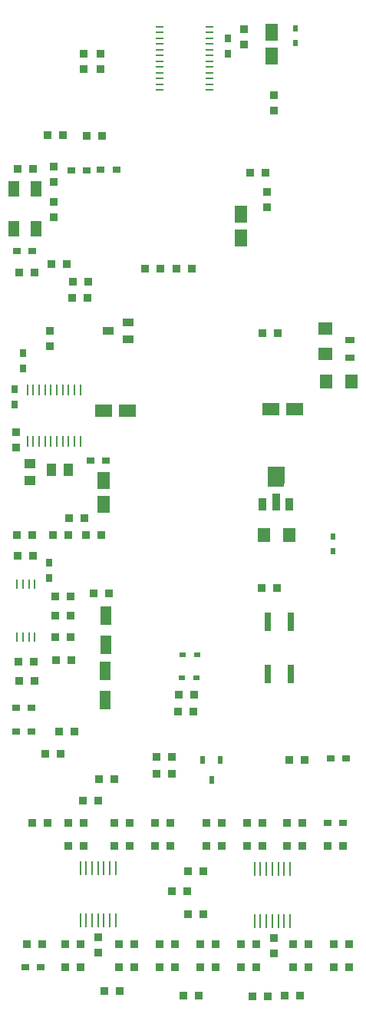
<source format=gtp>
G04 DipTrace 3.2.0.1*
G04 beehive.GTP*
%MOIN*%
G04 #@! TF.FileFunction,Paste,Top*
G04 #@! TF.Part,Single*
%AMOUTLINE2*
4,1,4,
-0.031433,0.027496,
0.031433,0.027496,
0.031433,-0.027496,
-0.031433,-0.027496,
-0.031433,0.027496,
0*%
%AMOUTLINE5*
4,1,4,
0.027496,0.031433,
0.027496,-0.031433,
-0.027496,-0.031433,
-0.027496,0.031433,
0.027496,0.031433,
0*%
%AMOUTLINE8*
4,1,4,
-0.025528,0.03537,
-0.025528,-0.03537,
0.025528,-0.03537,
0.025528,0.03537,
-0.025528,0.03537,
0*%
%AMOUTLINE11*
4,1,4,
-0.023559,0.039307,
-0.023559,-0.039307,
0.023559,-0.039307,
0.023559,0.039307,
-0.023559,0.039307,
0*%
%AMOUTLINE14*
4,1,4,
0.015685,-0.017654,
-0.015685,-0.017654,
-0.015685,0.017654,
0.015685,0.017654,
0.015685,-0.017654,
0*%
%AMOUTLINE17*
4,1,4,
0.017654,0.015685,
0.017654,-0.015685,
-0.017654,-0.015685,
-0.017654,0.015685,
0.017654,0.015685,
0*%
%AMOUTLINE20*
4,1,4,
-0.03537,-0.025528,
0.03537,-0.025528,
0.03537,0.025528,
-0.03537,0.025528,
-0.03537,-0.025528,
0*%
%AMOUTLINE23*
4,1,4,
-0.017654,-0.015685,
-0.017654,0.015685,
0.017654,0.015685,
0.017654,-0.015685,
-0.017654,-0.015685,
0*%
%AMOUTLINE26*
4,1,4,
-0.015685,0.017654,
0.015685,0.017654,
0.015685,-0.017654,
-0.015685,-0.017654,
-0.015685,0.017654,
0*%
%AMOUTLINE29*
4,1,4,
0.021591,0.025528,
0.021591,-0.025528,
-0.021591,-0.025528,
-0.021591,0.025528,
0.021591,0.025528,
0*%
%AMOUTLINE32*
4,1,4,
-0.023559,0.015685,
-0.023559,-0.015685,
0.023559,-0.015685,
0.023559,0.015685,
-0.023559,0.015685,
0*%
%AMOUTLINE38*
4,1,4,
0.015685,-0.002496,
0.015685,0.002496,
-0.015685,0.002496,
-0.015685,-0.002496,
0.015685,-0.002496,
0*%
%AMOUTLINE41*
4,1,4,
0.015685,0.025528,
-0.015685,0.025528,
-0.015685,-0.025528,
0.015685,-0.025528,
0.015685,0.025528,
0*%
%AMOUTLINE44*
4,1,4,
0.015685,0.03537,
-0.015685,0.03537,
-0.015685,-0.03537,
0.015685,-0.03537,
0.015685,0.03537,
0*%
%AMOUTLINE47*
4,1,4,
-0.03537,0.03537,
-0.03537,-0.03537,
0.03537,-0.03537,
0.03537,0.03537,
-0.03537,0.03537,
0*%
%AMOUTLINE50*
4,1,4,
0.015685,-0.001,
0.015685,0.001,
-0.015685,0.001,
-0.015685,-0.001,
0.015685,-0.001,
0*%
%AMOUTLINE53*
4,1,4,
0.001,-0.015685,
0.001,0.015685,
-0.001,0.015685,
-0.001,-0.015685,
0.001,-0.015685,
0*%
%AMOUTLINE56*
4,1,4,
-0.003,0.024,
-0.003,-0.024,
0.003,-0.024,
0.003,0.024,
-0.003,0.024,
0*%
%AMOUTLINE59*
4,1,4,
-0.003874,0.031433,
0.003874,0.031433,
0.003874,-0.031433,
-0.003874,-0.031433,
-0.003874,0.031433,
0*%
%AMOUTLINE62*
4,1,4,
0.00289,0.019622,
-0.00289,0.019622,
-0.00289,-0.019622,
0.00289,-0.019622,
0.00289,0.019622,
0*%
%AMOUTLINE65*
4,1,4,
-0.00978,-0.015685,
0.00978,-0.015685,
0.00978,0.015685,
-0.00978,0.015685,
-0.00978,-0.015685,
0*%
%AMOUTLINE78*
4,1,4,
-0.020606,0.013717,
-0.020606,-0.013717,
0.020606,-0.013717,
0.020606,0.013717,
-0.020606,0.013717,
0*%
%AMOUTLINE81*
4,1,4,
0.012732,0.00978,
-0.012732,0.00978,
-0.012732,-0.00978,
0.012732,-0.00978,
0.012732,0.00978,
0*%
%AMOUTLINE84*
4,1,4,
0.00978,-0.012732,
0.00978,0.012732,
-0.00978,0.012732,
-0.00978,-0.012732,
0.00978,-0.012732,
0*%
%AMOUTLINE87*
4,1,4,
-0.023559,0.033402,
-0.023559,-0.033402,
0.023559,-0.033402,
0.023559,0.033402,
-0.023559,0.033402,
0*%
%ADD70R,0.03137X0.078614*%
%ADD72R,0.051055X0.043181*%
%ADD74R,0.03137X0.035307*%
%ADD76R,0.054992X0.062866*%
%ADD78R,0.035307X0.03137*%
%ADD84OUTLINE2*%
%ADD87OUTLINE5*%
%ADD90OUTLINE8*%
%ADD93OUTLINE11*%
%ADD96OUTLINE14*%
%ADD99OUTLINE17*%
%ADD102OUTLINE20*%
%ADD105OUTLINE23*%
%ADD108OUTLINE26*%
%ADD111OUTLINE29*%
%ADD114OUTLINE32*%
%ADD120OUTLINE38*%
%ADD123OUTLINE41*%
%ADD126OUTLINE44*%
%ADD129OUTLINE47*%
%ADD132OUTLINE50*%
%ADD135OUTLINE53*%
%ADD138OUTLINE56*%
%ADD141OUTLINE59*%
%ADD144OUTLINE62*%
%ADD147OUTLINE65*%
%ADD160OUTLINE78*%
%ADD163OUTLINE81*%
%ADD166OUTLINE84*%
%ADD169OUTLINE87*%
%FSLAX26Y26*%
G04*
G70*
G90*
G75*
G01*
G04 TopPaste*
%LPD*%
D84*
X1787507Y3340805D3*
Y3230568D3*
D87*
X1899538Y3110973D3*
X1789302D3*
D90*
X1420264Y3838144D3*
Y3735782D3*
D93*
X831996Y2095581D3*
Y1969597D3*
X830206Y1854410D3*
Y1728425D3*
D96*
X1532219Y3935984D3*
Y3869055D3*
D90*
X1552571Y4629105D3*
Y4526743D3*
D96*
X1433024Y4640765D3*
Y4573836D3*
D78*
X811240Y4030421D3*
X878170D3*
X750344Y4029553D3*
X683415D3*
D99*
X1461061Y4019675D3*
X1527990D3*
X749029Y4176822D3*
X815958D3*
D76*
X1628603Y2444150D3*
X1518366D3*
D99*
X516578Y4035373D3*
X449649D3*
D96*
X1563249Y4354505D3*
Y4287575D3*
D102*
X824233Y2985259D3*
X926595D3*
D74*
X436457Y3077036D3*
Y3010106D3*
X471813Y3168912D3*
Y3235841D3*
D105*
X521897Y3586652D3*
X454967D3*
X595613Y3621127D3*
X662542D3*
D78*
X447828Y3679924D3*
X514758D3*
D102*
X1550771Y2993272D3*
X1653133D3*
D99*
X1001974Y3603013D3*
X1068903D3*
X1140121Y3600579D3*
X1207050D3*
X752074Y3475161D3*
X685145D3*
X756695Y3545041D3*
X689765D3*
D108*
X441667Y2825369D3*
Y2892298D3*
D78*
X766578Y2768912D3*
X833507D3*
D72*
X503032Y2755223D3*
Y2680420D3*
D90*
X822827Y2681412D3*
Y2579050D3*
D111*
X595781Y2728096D3*
X670584D3*
D99*
X1578453Y3322702D3*
X1511524D3*
D105*
X681292Y2096127D3*
X614362D3*
D96*
X591100Y3331444D3*
Y3264515D3*
D105*
X747828Y2443912D3*
X814758D3*
D96*
X798733Y699112D3*
Y632182D3*
D74*
X586504Y2258003D3*
Y2324932D3*
D105*
X1485986Y568912D3*
X1419057D3*
X1512542Y1193912D3*
X1445613D3*
X723915Y568912D3*
X656986D3*
X737542Y1193912D3*
X670613D3*
X522827Y1812661D3*
X455898D3*
X514758Y2443912D3*
X447828D3*
D96*
X1562523Y695155D3*
Y628226D3*
D99*
X683240Y1900286D3*
X616311D3*
X1647170Y568912D3*
X1714099D3*
X1620613Y1193912D3*
X1687542D3*
X890566Y568912D3*
X957495D3*
X870613Y1193912D3*
X937542D3*
X1121007Y1406820D3*
X1054078D3*
X1145659Y1679214D3*
X1212588D3*
X778779Y2190113D3*
X845708D3*
X1578076Y2213521D3*
X1511147D3*
X637269Y1494370D3*
X570340D3*
X1889099Y568912D3*
X1822170D3*
D78*
X1810328Y1475161D3*
X1877258D3*
X481986Y568912D3*
X548915D3*
D99*
X579834Y1195243D3*
X512904D3*
D105*
X1609142Y443912D3*
X1676071D3*
X1170613D3*
X1237542D3*
X1862542Y1093912D3*
X1795613D3*
D114*
X930213Y3293790D3*
Y3368593D3*
X843599Y3331192D3*
D70*
X1537933Y1843179D3*
X1637933D3*
Y2067982D3*
X1537933D3*
D120*
X1068045Y4652417D3*
Y4627417D3*
Y4602417D3*
Y4577417D3*
Y4552417D3*
Y4527417D3*
Y4502417D3*
Y4477417D3*
Y4452417D3*
Y4427417D3*
Y4402417D3*
Y4377417D3*
X1282612D3*
Y4402417D3*
Y4427417D3*
Y4452417D3*
Y4477417D3*
Y4502417D3*
Y4527417D3*
Y4552417D3*
Y4577417D3*
Y4602417D3*
Y4627417D3*
Y4652417D3*
G36*
X1588036Y2606060D2*
X1556587D1*
Y2550914D1*
X1588036D1*
Y2606060D1*
G37*
G36*
X1647096D2*
X1615630D1*
Y2550914D1*
X1647096D1*
Y2606060D1*
G37*
G36*
X1528975D2*
X1497527D1*
Y2550914D1*
X1528975D1*
Y2606060D1*
G37*
G36*
X1607711Y2743072D2*
X1536930D1*
Y2656406D1*
X1607711D1*
Y2743072D1*
G37*
D123*
X1513269Y2578465D3*
D126*
X1572285Y2588465D3*
D129*
Y2703465D3*
D123*
X1631301Y2578465D3*
D132*
X672827Y3900161D3*
Y3880476D3*
Y3860791D3*
Y3841106D3*
Y3821421D3*
Y3801736D3*
Y3782051D3*
Y3762366D3*
Y3742681D3*
Y3722996D3*
Y3703311D3*
Y3683626D3*
D135*
X731882Y3624571D3*
X751567D3*
X771252D3*
X790937D3*
X810622D3*
X830307D3*
X849992D3*
X869677D3*
X889362D3*
X909048D3*
X928733D3*
X948418D3*
D132*
X1007473Y3683626D3*
Y3703311D3*
Y3722996D3*
Y3742681D3*
Y3762366D3*
Y3782051D3*
Y3801736D3*
Y3821421D3*
Y3841106D3*
Y3860791D3*
Y3880476D3*
Y3900161D3*
D135*
X948418Y3959217D3*
X928733D3*
X909048D3*
X889362D3*
X869677D3*
X849992D3*
X830307D3*
X810622D3*
X790937D3*
X771252D3*
X751567D3*
X731882D3*
D138*
X491578Y2850163D3*
X517578D3*
X543578D3*
X568578D3*
X594578D3*
X619578D3*
X645759D3*
X670759D3*
X696759D3*
X722759D3*
Y3074163D3*
X696759D3*
X670759D3*
X645759D3*
X619578D3*
X594578D3*
X568578D3*
X543578D3*
X517578D3*
X491578D3*
D141*
X1479078Y767988D3*
X1504668D3*
X1530259D3*
X1555849D3*
X1581440D3*
X1607030D3*
X1632621Y767996D3*
Y996335D3*
X1607030D3*
X1581440D3*
X1555849D3*
X1530259D3*
X1504668D3*
X1479078D3*
X721806Y771717D3*
X747397D3*
X772987D3*
X798578D3*
X824168D3*
X849759D3*
X875349Y771724D3*
Y1000063D3*
X849759D3*
X824168D3*
X798578D3*
X772987D3*
X747397D3*
X721806D3*
D144*
X447828Y2000161D3*
X473419D3*
X499009D3*
X524600D3*
Y2230476D3*
X499009D3*
X473419D3*
X447828D3*
D147*
X1329078Y1468912D3*
X1254275D3*
X1291676Y1382298D3*
D160*
X1894130Y3215689D3*
Y3290492D3*
D163*
X1167179Y1926572D3*
X1230171D3*
X1164263Y1825761D3*
X1227255D3*
D166*
X1657727Y4645007D3*
Y4582015D3*
X1820469Y2439217D3*
Y2376224D3*
D169*
X529078Y3773675D3*
Y3946903D3*
X434590D3*
Y3773675D3*
D74*
X1363474Y4602646D3*
Y4535717D3*
D99*
X647827Y4180085D3*
X580898D3*
D96*
X607527Y3979497D3*
Y4046427D3*
X606112Y3824814D3*
Y3891743D3*
X735327Y4535841D3*
Y4468912D3*
X810327Y4535644D3*
Y4468715D3*
D105*
X681292Y2177377D3*
X614362D3*
X672828Y2518912D3*
X739758D3*
X800042Y1291697D3*
X733113D3*
D78*
X1795613Y1193912D3*
X1862542D3*
D99*
X558009Y668912D3*
X491080D3*
X604078Y2443912D3*
X671007D3*
X1419057Y668912D3*
X1485986D3*
X1445613Y1093912D3*
X1512542D3*
X656986Y668912D3*
X723915D3*
X670613Y1093912D3*
X737542D3*
D105*
X614362Y2002377D3*
X681292D3*
D99*
X454078Y1893912D3*
X521007D3*
X1065566Y668912D3*
X1132495D3*
X1469389Y443379D3*
X1536318D3*
X1310986Y668912D3*
X1244057D3*
X1337542Y1093912D3*
X1270613D3*
X1045613D3*
X1112542D3*
X449649Y2356412D3*
X516578D3*
X1065566Y568912D3*
X1132495D3*
D105*
X1310986D3*
X1244057D3*
X1714099Y668912D3*
X1647170D3*
X1687542Y1093912D3*
X1620613D3*
X1337542Y1193912D3*
X1270613D3*
X957495Y668912D3*
X890566D3*
X938075Y1095511D3*
X871146D3*
X1045613Y1193912D3*
X1112542D3*
D99*
X1054078Y1481820D3*
X1121007D3*
X827534Y464557D3*
X894464D3*
X870017Y1385448D3*
X803088D3*
X1822170Y668912D3*
X1889099D3*
X1629078Y1468912D3*
X1696007D3*
X629121Y1591329D3*
X696050D3*
D78*
X511271Y1695703D3*
X444342D3*
X509859Y1591163D3*
X442929D3*
D99*
X1217453Y1752570D3*
X1150524D3*
X1120521Y898568D3*
X1187450D3*
X1188915Y798550D3*
X1255844D3*
D105*
X1255630Y984198D3*
X1188701D3*
M02*

</source>
